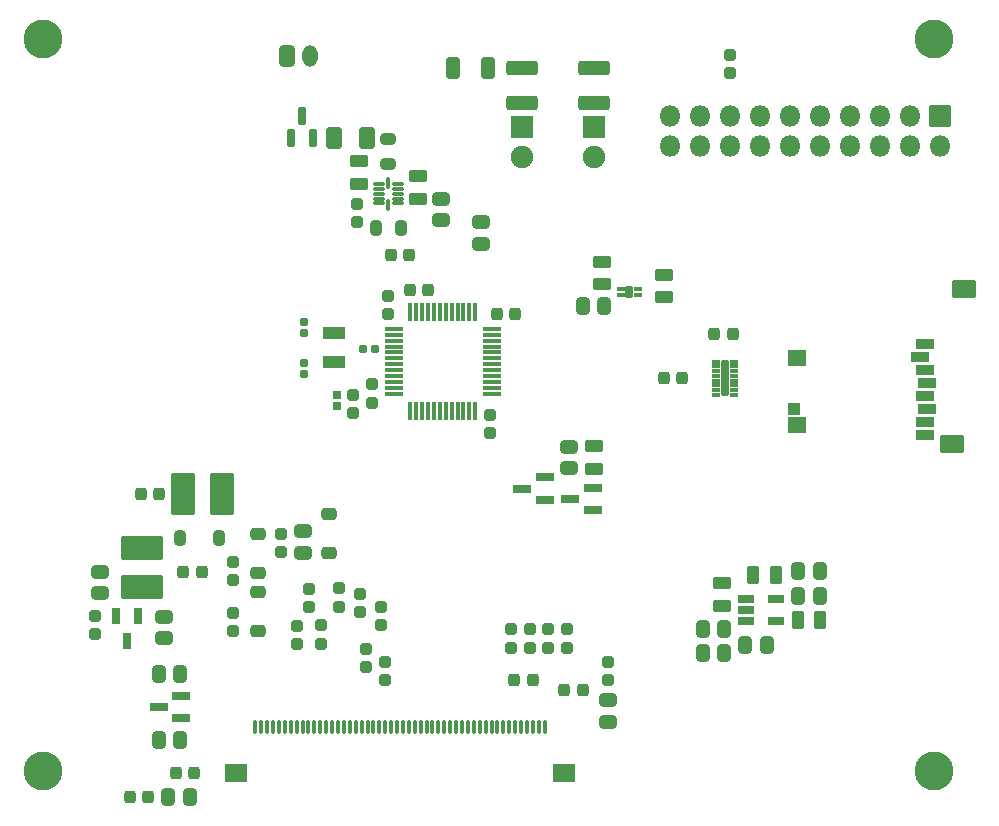
<source format=gbr>
%TF.GenerationSoftware,KiCad,Pcbnew,(7.0.0)*%
%TF.CreationDate,2023-05-21T02:13:25-07:00*%
%TF.ProjectId,epaper_photo_frame,65706170-6572-45f7-9068-6f746f5f6672,rev?*%
%TF.SameCoordinates,Original*%
%TF.FileFunction,Soldermask,Top*%
%TF.FilePolarity,Negative*%
%FSLAX46Y46*%
G04 Gerber Fmt 4.6, Leading zero omitted, Abs format (unit mm)*
G04 Created by KiCad (PCBNEW (7.0.0)) date 2023-05-21 02:13:25*
%MOMM*%
%LPD*%
G01*
G04 APERTURE LIST*
G04 Aperture macros list*
%AMRoundRect*
0 Rectangle with rounded corners*
0 $1 Rounding radius*
0 $2 $3 $4 $5 $6 $7 $8 $9 X,Y pos of 4 corners*
0 Add a 4 corners polygon primitive as box body*
4,1,4,$2,$3,$4,$5,$6,$7,$8,$9,$2,$3,0*
0 Add four circle primitives for the rounded corners*
1,1,$1+$1,$2,$3*
1,1,$1+$1,$4,$5*
1,1,$1+$1,$6,$7*
1,1,$1+$1,$8,$9*
0 Add four rect primitives between the rounded corners*
20,1,$1+$1,$2,$3,$4,$5,0*
20,1,$1+$1,$4,$5,$6,$7,0*
20,1,$1+$1,$6,$7,$8,$9,0*
20,1,$1+$1,$8,$9,$2,$3,0*%
G04 Aperture macros list end*
%ADD10RoundRect,0.300000X0.312500X0.625000X-0.312500X0.625000X-0.312500X-0.625000X0.312500X-0.625000X0*%
%ADD11RoundRect,0.050000X-0.950000X-1.700000X0.950000X-1.700000X0.950000X1.700000X-0.950000X1.700000X0*%
%ADD12RoundRect,0.200000X0.587500X0.150000X-0.587500X0.150000X-0.587500X-0.150000X0.587500X-0.150000X0*%
%ADD13RoundRect,0.050000X-0.900000X0.900000X-0.900000X-0.900000X0.900000X-0.900000X0.900000X0.900000X0*%
%ADD14C,1.900000*%
%ADD15RoundRect,0.275000X0.250000X-0.225000X0.250000X0.225000X-0.250000X0.225000X-0.250000X-0.225000X0*%
%ADD16RoundRect,0.275000X-0.225000X-0.250000X0.225000X-0.250000X0.225000X0.250000X-0.225000X0.250000X0*%
%ADD17RoundRect,0.275000X-0.225000X-0.375000X0.225000X-0.375000X0.225000X0.375000X-0.225000X0.375000X0*%
%ADD18RoundRect,0.300000X0.250000X0.475000X-0.250000X0.475000X-0.250000X-0.475000X0.250000X-0.475000X0*%
%ADD19RoundRect,0.050000X-0.850000X0.850000X-0.850000X-0.850000X0.850000X-0.850000X0.850000X0.850000X0*%
%ADD20O,1.800000X1.800000*%
%ADD21C,3.300000*%
%ADD22RoundRect,0.125000X-0.662500X-0.075000X0.662500X-0.075000X0.662500X0.075000X-0.662500X0.075000X0*%
%ADD23RoundRect,0.125000X-0.075000X-0.662500X0.075000X-0.662500X0.075000X0.662500X-0.075000X0.662500X0*%
%ADD24RoundRect,0.050000X-0.300000X0.100000X-0.300000X-0.100000X0.300000X-0.100000X0.300000X0.100000X0*%
%ADD25RoundRect,0.050000X0.250000X1.450000X-0.250000X1.450000X-0.250000X-1.450000X0.250000X-1.450000X0*%
%ADD26RoundRect,0.300000X1.075000X-0.312500X1.075000X0.312500X-1.075000X0.312500X-1.075000X-0.312500X0*%
%ADD27RoundRect,0.300000X0.262500X0.450000X-0.262500X0.450000X-0.262500X-0.450000X0.262500X-0.450000X0*%
%ADD28RoundRect,0.275000X-0.250000X0.225000X-0.250000X-0.225000X0.250000X-0.225000X0.250000X0.225000X0*%
%ADD29RoundRect,0.050000X0.750000X-0.400000X0.750000X0.400000X-0.750000X0.400000X-0.750000X-0.400000X0*%
%ADD30RoundRect,0.050000X0.700000X-0.650000X0.700000X0.650000X-0.700000X0.650000X-0.700000X-0.650000X0*%
%ADD31RoundRect,0.050000X0.475000X0.500000X-0.475000X0.500000X-0.475000X-0.500000X0.475000X-0.500000X0*%
%ADD32RoundRect,0.050000X0.950000X-0.700000X0.950000X0.700000X-0.950000X0.700000X-0.950000X-0.700000X0*%
%ADD33RoundRect,0.275000X0.225000X0.250000X-0.225000X0.250000X-0.225000X-0.250000X0.225000X-0.250000X0*%
%ADD34RoundRect,0.300000X0.475000X-0.250000X0.475000X0.250000X-0.475000X0.250000X-0.475000X-0.250000X0*%
%ADD35RoundRect,0.050000X-0.125000X-0.550000X0.125000X-0.550000X0.125000X0.550000X-0.125000X0.550000X0*%
%ADD36RoundRect,0.050000X0.850000X-0.750000X0.850000X0.750000X-0.850000X0.750000X-0.850000X-0.750000X0*%
%ADD37RoundRect,0.190000X-0.170000X0.140000X-0.170000X-0.140000X0.170000X-0.140000X0.170000X0.140000X0*%
%ADD38RoundRect,0.300000X-0.262500X-0.450000X0.262500X-0.450000X0.262500X0.450000X-0.262500X0.450000X0*%
%ADD39RoundRect,0.190000X0.170000X-0.140000X0.170000X0.140000X-0.170000X0.140000X-0.170000X-0.140000X0*%
%ADD40RoundRect,0.050000X1.700000X-0.950000X1.700000X0.950000X-1.700000X0.950000X-1.700000X-0.950000X0*%
%ADD41RoundRect,0.300000X0.450000X-0.262500X0.450000X0.262500X-0.450000X0.262500X-0.450000X-0.262500X0*%
%ADD42RoundRect,0.275000X0.375000X-0.225000X0.375000X0.225000X-0.375000X0.225000X-0.375000X-0.225000X0*%
%ADD43RoundRect,0.197500X0.172500X-0.147500X0.172500X0.147500X-0.172500X0.147500X-0.172500X-0.147500X0*%
%ADD44RoundRect,0.275000X-0.375000X0.225000X-0.375000X-0.225000X0.375000X-0.225000X0.375000X0.225000X0*%
%ADD45RoundRect,0.185000X0.135000X0.185000X-0.135000X0.185000X-0.135000X-0.185000X0.135000X-0.185000X0*%
%ADD46RoundRect,0.300000X-0.450000X0.262500X-0.450000X-0.262500X0.450000X-0.262500X0.450000X0.262500X0*%
%ADD47RoundRect,0.050000X-0.300000X-0.650000X0.300000X-0.650000X0.300000X0.650000X-0.300000X0.650000X0*%
%ADD48RoundRect,0.300000X-0.250000X-0.475000X0.250000X-0.475000X0.250000X0.475000X-0.250000X0.475000X0*%
%ADD49RoundRect,0.050000X0.450000X-0.100000X0.450000X0.100000X-0.450000X0.100000X-0.450000X-0.100000X0*%
%ADD50RoundRect,0.050000X-0.100000X-0.450000X0.100000X-0.450000X0.100000X0.450000X-0.100000X0.450000X0*%
%ADD51RoundRect,0.268750X-0.218750X-0.381250X0.218750X-0.381250X0.218750X0.381250X-0.218750X0.381250X0*%
%ADD52RoundRect,0.050000X0.275000X0.150000X-0.275000X0.150000X-0.275000X-0.150000X0.275000X-0.150000X0*%
%ADD53RoundRect,0.050000X0.250000X0.430000X-0.250000X0.430000X-0.250000X-0.430000X0.250000X-0.430000X0*%
%ADD54RoundRect,0.268750X-0.381250X0.218750X-0.381250X-0.218750X0.381250X-0.218750X0.381250X0.218750X0*%
%ADD55RoundRect,0.050000X-0.900000X0.500000X-0.900000X-0.500000X0.900000X-0.500000X0.900000X0.500000X0*%
%ADD56RoundRect,0.300000X-0.475000X0.250000X-0.475000X-0.250000X0.475000X-0.250000X0.475000X0.250000X0*%
%ADD57RoundRect,0.050000X0.625000X-0.325000X0.625000X0.325000X-0.625000X0.325000X-0.625000X-0.325000X0*%
%ADD58RoundRect,0.300000X-0.350000X-0.625000X0.350000X-0.625000X0.350000X0.625000X-0.350000X0.625000X0*%
%ADD59O,1.300000X1.850000*%
%ADD60RoundRect,0.200000X0.150000X-0.587500X0.150000X0.587500X-0.150000X0.587500X-0.150000X-0.587500X0*%
%ADD61RoundRect,0.300000X-0.375000X-0.625000X0.375000X-0.625000X0.375000X0.625000X-0.375000X0.625000X0*%
G04 APERTURE END LIST*
D10*
%TO.C,R12*%
X143450000Y-78150000D03*
X140525000Y-78150000D03*
%TD*%
D11*
%TO.C,L1*%
X117650000Y-114200000D03*
X120950000Y-114200000D03*
%TD*%
D12*
%TO.C,Q1*%
X117437500Y-133200000D03*
X117437500Y-131300000D03*
X115562500Y-132250000D03*
%TD*%
D13*
%TO.C,D6*%
X146300000Y-83125000D03*
D14*
X146300000Y-85665000D03*
%TD*%
D15*
%TO.C,C23*%
X145400000Y-127225000D03*
X145400000Y-125675000D03*
%TD*%
%TO.C,C37*%
X163900000Y-78575000D03*
X163900000Y-77025000D03*
%TD*%
%TO.C,C4*%
X147000000Y-127225000D03*
X147000000Y-125675000D03*
%TD*%
D16*
%TO.C,C35*%
X162625000Y-100700000D03*
X164175000Y-100700000D03*
%TD*%
D17*
%TO.C,D4*%
X117375000Y-117912500D03*
X120675000Y-117912500D03*
%TD*%
D18*
%TO.C,C17*%
X171600000Y-124900000D03*
X169700000Y-124900000D03*
%TD*%
D19*
%TO.C,J2*%
X181725000Y-82225000D03*
D20*
X181724999Y-84764999D03*
X179184999Y-82224999D03*
X179184999Y-84764999D03*
X176644999Y-82224999D03*
X176644999Y-84764999D03*
X174104999Y-82224999D03*
X174104999Y-84764999D03*
X171564999Y-82224999D03*
X171564999Y-84764999D03*
X169024999Y-82224999D03*
X169024999Y-84764999D03*
X166484999Y-82224999D03*
X166484999Y-84764999D03*
X163944999Y-82224999D03*
X163944999Y-84764999D03*
X161404999Y-82224999D03*
X161404999Y-84764999D03*
X158864999Y-82224999D03*
X158864999Y-84764999D03*
%TD*%
D15*
%TO.C,C9*%
X132600000Y-124225000D03*
X132600000Y-122675000D03*
%TD*%
%TO.C,C18*%
X134750000Y-129975000D03*
X134750000Y-128425000D03*
%TD*%
D21*
%TO.C,H4*%
X181250000Y-137650000D03*
%TD*%
D22*
%TO.C,U3*%
X135462500Y-100225000D03*
X135462500Y-100725000D03*
X135462500Y-101225000D03*
X135462500Y-101725000D03*
X135462500Y-102225000D03*
X135462500Y-102725000D03*
X135462500Y-103225000D03*
X135462500Y-103725000D03*
X135462500Y-104225000D03*
X135462500Y-104725000D03*
X135462500Y-105225000D03*
X135462500Y-105725000D03*
D23*
X136875000Y-107137500D03*
X137375000Y-107137500D03*
X137875000Y-107137500D03*
X138375000Y-107137500D03*
X138875000Y-107137500D03*
X139375000Y-107137500D03*
X139875000Y-107137500D03*
X140375000Y-107137500D03*
X140875000Y-107137500D03*
X141375000Y-107137500D03*
X141875000Y-107137500D03*
X142375000Y-107137500D03*
D22*
X143787500Y-105725000D03*
X143787500Y-105225000D03*
X143787500Y-104725000D03*
X143787500Y-104225000D03*
X143787500Y-103725000D03*
X143787500Y-103225000D03*
X143787500Y-102725000D03*
X143787500Y-102225000D03*
X143787500Y-101725000D03*
X143787500Y-101225000D03*
X143787500Y-100725000D03*
X143787500Y-100225000D03*
D23*
X142375000Y-98812500D03*
X141875000Y-98812500D03*
X141375000Y-98812500D03*
X140875000Y-98812500D03*
X140375000Y-98812500D03*
X139875000Y-98812500D03*
X139375000Y-98812500D03*
X138875000Y-98812500D03*
X138375000Y-98812500D03*
X137875000Y-98812500D03*
X137375000Y-98812500D03*
X136875000Y-98812500D03*
%TD*%
D24*
%TO.C,IC2*%
X164250000Y-105800000D03*
X164250000Y-105400000D03*
X164250000Y-105000000D03*
X164250000Y-104600000D03*
X164250000Y-104200000D03*
X164250000Y-103800000D03*
X164250000Y-103400000D03*
X164250000Y-103000000D03*
X162750000Y-103000000D03*
X162750000Y-103400000D03*
X162750000Y-103800000D03*
X162750000Y-104200000D03*
X162750000Y-104600000D03*
X162750000Y-105000000D03*
X162750000Y-105400000D03*
X162750000Y-105800000D03*
D25*
X163500000Y-104400000D03*
%TD*%
D26*
%TO.C,R10*%
X146300000Y-81062500D03*
X146300000Y-78137500D03*
%TD*%
D16*
%TO.C,C40*%
X136825000Y-96950000D03*
X138375000Y-96950000D03*
%TD*%
D15*
%TO.C,C24*%
X148550000Y-127225000D03*
X148550000Y-125675000D03*
%TD*%
D27*
%TO.C,R35*%
X171562500Y-122800000D03*
X169737500Y-122800000D03*
%TD*%
D15*
%TO.C,C6*%
X128275000Y-123800000D03*
X128275000Y-122250000D03*
%TD*%
D28*
%TO.C,C41*%
X143600000Y-107525000D03*
X143600000Y-109075000D03*
%TD*%
D29*
%TO.C,J1*%
X180460000Y-101485000D03*
X180060000Y-102585000D03*
X180460000Y-103685000D03*
X180660000Y-104785000D03*
X180460000Y-105885000D03*
X180660000Y-106985000D03*
X180460000Y-108085000D03*
X180460000Y-109185000D03*
D30*
X169600000Y-108375000D03*
D31*
X169375000Y-106985000D03*
D30*
X169600000Y-102675000D03*
D32*
X182750000Y-109975000D03*
X183750000Y-96825000D03*
%TD*%
D33*
%TO.C,C20*%
X115625000Y-114200000D03*
X114075000Y-114200000D03*
%TD*%
D15*
%TO.C,C5*%
X127300000Y-126925000D03*
X127300000Y-125375000D03*
%TD*%
%TO.C,C10*%
X134400000Y-125325000D03*
X134400000Y-123775000D03*
%TD*%
D34*
%TO.C,C14*%
X163250000Y-123650000D03*
X163250000Y-121750000D03*
%TD*%
D13*
%TO.C,D5*%
X152400000Y-83125000D03*
D14*
X152400000Y-85665000D03*
%TD*%
D28*
%TO.C,C44*%
X133600000Y-104925000D03*
X133600000Y-106475000D03*
%TD*%
D35*
%TO.C,J4*%
X123750000Y-133900000D03*
X124250000Y-133900000D03*
X124750000Y-133900000D03*
X125250000Y-133900000D03*
X125750000Y-133900000D03*
X126250000Y-133900000D03*
X126750000Y-133900000D03*
X127250000Y-133900000D03*
X127750000Y-133900000D03*
X128250000Y-133900000D03*
X128750000Y-133900000D03*
X129250000Y-133900000D03*
X129750000Y-133900000D03*
X130250000Y-133900000D03*
X130750000Y-133900000D03*
X131250000Y-133900000D03*
X131750000Y-133900000D03*
X132250000Y-133900000D03*
X132750000Y-133900000D03*
X133250000Y-133900000D03*
X133750000Y-133900000D03*
X134250000Y-133900000D03*
X134750000Y-133900000D03*
X135250000Y-133900000D03*
X135750000Y-133900000D03*
X136250000Y-133900000D03*
X136750000Y-133900000D03*
X137250000Y-133900000D03*
X137750000Y-133900000D03*
X138250000Y-133900000D03*
X138750000Y-133900000D03*
X139250000Y-133900000D03*
X139750000Y-133900000D03*
X140250000Y-133900000D03*
X140750000Y-133900000D03*
X141250000Y-133900000D03*
X141750000Y-133900000D03*
X142250000Y-133900000D03*
X142750000Y-133900000D03*
X143250000Y-133900000D03*
X143750000Y-133900000D03*
X144250000Y-133900000D03*
X144750000Y-133900000D03*
X145250000Y-133900000D03*
X145750000Y-133900000D03*
X146250000Y-133900000D03*
X146750000Y-133900000D03*
X147250000Y-133900000D03*
X147750000Y-133900000D03*
X148250000Y-133900000D03*
D36*
X122100000Y-137800000D03*
X149900000Y-137800000D03*
%TD*%
D34*
%TO.C,C22*%
X137500000Y-89200000D03*
X137500000Y-87300000D03*
%TD*%
D37*
%TO.C,C32*%
X127900000Y-103120000D03*
X127900000Y-104080000D03*
%TD*%
D38*
%TO.C,R34*%
X169737500Y-120700000D03*
X171562500Y-120700000D03*
%TD*%
D33*
%TO.C,C28*%
X119200000Y-120812500D03*
X117650000Y-120812500D03*
%TD*%
D39*
%TO.C,C31*%
X127900000Y-100580000D03*
X127900000Y-99620000D03*
%TD*%
D12*
%TO.C,Q32*%
X152300000Y-115600000D03*
X152300000Y-113700000D03*
X150425000Y-114650000D03*
%TD*%
D40*
%TO.C,L2*%
X114125000Y-122112500D03*
X114125000Y-118812500D03*
%TD*%
D15*
%TO.C,C27*%
X153650000Y-129975000D03*
X153650000Y-128425000D03*
%TD*%
D38*
%TO.C,R36*%
X165237500Y-127000000D03*
X167062500Y-127000000D03*
%TD*%
D41*
%TO.C,R3*%
X127750000Y-119162500D03*
X127750000Y-117337500D03*
%TD*%
D42*
%TO.C,D1*%
X129950000Y-119200000D03*
X129950000Y-115900000D03*
%TD*%
D43*
%TO.C,L4*%
X130700000Y-106785000D03*
X130700000Y-105815000D03*
%TD*%
D41*
%TO.C,R5*%
X110625000Y-122625000D03*
X110625000Y-120800000D03*
%TD*%
D27*
%TO.C,R27*%
X163462500Y-125600000D03*
X161637500Y-125600000D03*
%TD*%
D41*
%TO.C,RB1*%
X153650000Y-133512500D03*
X153650000Y-131687500D03*
%TD*%
D15*
%TO.C,C30*%
X132400000Y-91175000D03*
X132400000Y-89625000D03*
%TD*%
%TO.C,C8*%
X130800000Y-123750000D03*
X130800000Y-122200000D03*
%TD*%
%TO.C,C11*%
X133100000Y-128875000D03*
X133100000Y-127325000D03*
%TD*%
%TO.C,C29*%
X150100000Y-127225000D03*
X150100000Y-125675000D03*
%TD*%
D41*
%TO.C,R11*%
X142900000Y-93000000D03*
X142900000Y-91175000D03*
%TD*%
D44*
%TO.C,D2*%
X123950000Y-122500000D03*
X123950000Y-125800000D03*
%TD*%
D34*
%TO.C,C34*%
X158350000Y-97525000D03*
X158350000Y-95625000D03*
%TD*%
D21*
%TO.C,H2*%
X181250000Y-75700000D03*
%TD*%
D15*
%TO.C,C12*%
X125950000Y-119125000D03*
X125950000Y-117575000D03*
%TD*%
D27*
%TO.C,RA1*%
X118212500Y-139900000D03*
X116387500Y-139900000D03*
%TD*%
D45*
%TO.C,R7*%
X133910000Y-101900000D03*
X132890000Y-101900000D03*
%TD*%
D12*
%TO.C,Q31*%
X148237500Y-114700000D03*
X148237500Y-112800000D03*
X146362500Y-113750000D03*
%TD*%
D15*
%TO.C,C7*%
X129300000Y-126875000D03*
X129300000Y-125325000D03*
%TD*%
D27*
%TO.C,R1*%
X117412500Y-135050000D03*
X115587500Y-135050000D03*
%TD*%
D41*
%TO.C,R4*%
X116000000Y-126412500D03*
X116000000Y-124587500D03*
%TD*%
D46*
%TO.C,R33*%
X150300000Y-110187500D03*
X150300000Y-112012500D03*
%TD*%
D47*
%TO.C,Q2*%
X113850000Y-124550000D03*
X111950000Y-124550000D03*
X112900000Y-126650000D03*
%TD*%
D33*
%TO.C,C25*%
X147225000Y-129950000D03*
X145675000Y-129950000D03*
%TD*%
D16*
%TO.C,C39*%
X144225000Y-99000000D03*
X145775000Y-99000000D03*
%TD*%
D48*
%TO.C,C16*%
X165900000Y-121050000D03*
X167800000Y-121050000D03*
%TD*%
D15*
%TO.C,C42*%
X135000000Y-98950000D03*
X135000000Y-97400000D03*
%TD*%
D46*
%TO.C,R6*%
X139500000Y-89187500D03*
X139500000Y-91012500D03*
%TD*%
D15*
%TO.C,C21*%
X121850000Y-125825000D03*
X121850000Y-124275000D03*
%TD*%
D33*
%TO.C,C1*%
X118575000Y-137800000D03*
X117025000Y-137800000D03*
%TD*%
D49*
%TO.C,IC1*%
X134200000Y-88000000D03*
X134200000Y-88400000D03*
X134200000Y-88800000D03*
X134200000Y-89200000D03*
X134200000Y-89600000D03*
D50*
X135000000Y-89700000D03*
D49*
X135800000Y-89600000D03*
X135800000Y-89200000D03*
X135800000Y-88800000D03*
X135800000Y-88400000D03*
X135800000Y-88000000D03*
D50*
X135000000Y-87900000D03*
%TD*%
D51*
%TO.C,L3*%
X133937500Y-91700000D03*
X136062500Y-91700000D03*
%TD*%
D44*
%TO.C,D3*%
X123950000Y-117600000D03*
X123950000Y-120900000D03*
%TD*%
D33*
%TO.C,C26*%
X151475000Y-130800000D03*
X149925000Y-130800000D03*
%TD*%
D52*
%TO.C,U1*%
X156125049Y-97350000D03*
X156125049Y-96850000D03*
X154674951Y-96850000D03*
X154674951Y-97350000D03*
D53*
X155400000Y-97100000D03*
%TD*%
D16*
%TO.C,C38*%
X135200000Y-94000000D03*
X136750000Y-94000000D03*
%TD*%
D38*
%TO.C,R37*%
X161637500Y-127700000D03*
X163462500Y-127700000D03*
%TD*%
D33*
%TO.C,C36*%
X159887500Y-104387500D03*
X158337500Y-104387500D03*
%TD*%
D27*
%TO.C,R8*%
X153312500Y-98300000D03*
X151487500Y-98300000D03*
%TD*%
D26*
%TO.C,R9*%
X152400000Y-81062500D03*
X152400000Y-78137500D03*
%TD*%
D34*
%TO.C,C13*%
X132500000Y-87950000D03*
X132500000Y-86050000D03*
%TD*%
D28*
%TO.C,C19*%
X110200000Y-124525000D03*
X110200000Y-126075000D03*
%TD*%
D21*
%TO.C,H1*%
X105800000Y-75700000D03*
%TD*%
D33*
%TO.C,C2*%
X114675000Y-139900000D03*
X113125000Y-139900000D03*
%TD*%
D54*
%TO.C,FB1*%
X135000000Y-84137500D03*
X135000000Y-86262500D03*
%TD*%
D55*
%TO.C,Y1*%
X130400000Y-100550000D03*
X130400000Y-103050000D03*
%TD*%
D28*
%TO.C,C43*%
X132000000Y-105825000D03*
X132000000Y-107375000D03*
%TD*%
D56*
%TO.C,C15*%
X152400000Y-110150000D03*
X152400000Y-112050000D03*
%TD*%
D34*
%TO.C,C33*%
X153100000Y-96450000D03*
X153100000Y-94550000D03*
%TD*%
D57*
%TO.C,U2*%
X165300000Y-123060000D03*
X165300000Y-124000000D03*
X165300000Y-124940000D03*
X167800000Y-124940000D03*
X167800000Y-123060000D03*
%TD*%
D58*
%TO.C,J3*%
X126400000Y-77150000D03*
D59*
X128399999Y-77149999D03*
%TD*%
D60*
%TO.C,Q3*%
X126750000Y-84037500D03*
X128650000Y-84037500D03*
X127700000Y-82162500D03*
%TD*%
D28*
%TO.C,C3*%
X121850000Y-119975000D03*
X121850000Y-121525000D03*
%TD*%
D21*
%TO.C,H3*%
X105800000Y-137650000D03*
%TD*%
D27*
%TO.C,R2*%
X117412500Y-129450000D03*
X115587500Y-129450000D03*
%TD*%
D61*
%TO.C,F1*%
X130400000Y-84100000D03*
X133200000Y-84100000D03*
%TD*%
M02*

</source>
